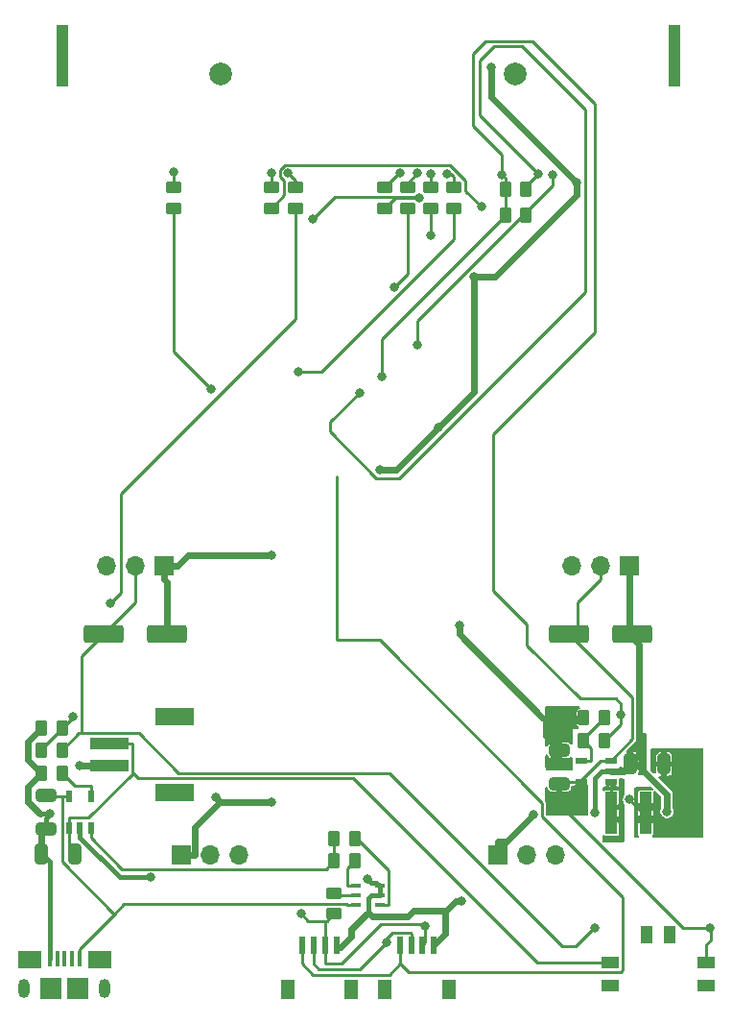
<source format=gbr>
%TF.GenerationSoftware,KiCad,Pcbnew,9.0.1-1.fc42*%
%TF.CreationDate,2025-04-23T08:50:20-04:00*%
%TF.ProjectId,roversa2,726f7665-7273-4613-922e-6b696361645f,rev?*%
%TF.SameCoordinates,Original*%
%TF.FileFunction,Copper,L2,Bot*%
%TF.FilePolarity,Positive*%
%FSLAX46Y46*%
G04 Gerber Fmt 4.6, Leading zero omitted, Abs format (unit mm)*
G04 Created by KiCad (PCBNEW 9.0.1-1.fc42) date 2025-04-23 08:50:20*
%MOMM*%
%LPD*%
G01*
G04 APERTURE LIST*
G04 Aperture macros list*
%AMRoundRect*
0 Rectangle with rounded corners*
0 $1 Rounding radius*
0 $2 $3 $4 $5 $6 $7 $8 $9 X,Y pos of 4 corners*
0 Add a 4 corners polygon primitive as box body*
4,1,4,$2,$3,$4,$5,$6,$7,$8,$9,$2,$3,0*
0 Add four circle primitives for the rounded corners*
1,1,$1+$1,$2,$3*
1,1,$1+$1,$4,$5*
1,1,$1+$1,$6,$7*
1,1,$1+$1,$8,$9*
0 Add four rect primitives between the rounded corners*
20,1,$1+$1,$2,$3,$4,$5,0*
20,1,$1+$1,$4,$5,$6,$7,0*
20,1,$1+$1,$6,$7,$8,$9,0*
20,1,$1+$1,$8,$9,$2,$3,0*%
G04 Aperture macros list end*
%TA.AperFunction,ComponentPad*%
%ADD10RoundRect,0.275000X-0.275000X-2.475000X0.275000X-2.475000X0.275000X2.475000X-0.275000X2.475000X0*%
%TD*%
%TA.AperFunction,ComponentPad*%
%ADD11C,2.000000*%
%TD*%
%TA.AperFunction,SMDPad,CuDef*%
%ADD12RoundRect,0.250000X-0.262500X-0.450000X0.262500X-0.450000X0.262500X0.450000X-0.262500X0.450000X0*%
%TD*%
%TA.AperFunction,SMDPad,CuDef*%
%ADD13R,1.200000X1.800000*%
%TD*%
%TA.AperFunction,SMDPad,CuDef*%
%ADD14R,0.600000X1.550000*%
%TD*%
%TA.AperFunction,ComponentPad*%
%ADD15R,1.700000X1.700000*%
%TD*%
%TA.AperFunction,ComponentPad*%
%ADD16O,1.700000X1.700000*%
%TD*%
%TA.AperFunction,SMDPad,CuDef*%
%ADD17RoundRect,0.250000X0.262500X0.450000X-0.262500X0.450000X-0.262500X-0.450000X0.262500X-0.450000X0*%
%TD*%
%TA.AperFunction,SMDPad,CuDef*%
%ADD18RoundRect,0.250000X-0.450000X0.262500X-0.450000X-0.262500X0.450000X-0.262500X0.450000X0.262500X0*%
%TD*%
%TA.AperFunction,SMDPad,CuDef*%
%ADD19R,1.100000X0.600000*%
%TD*%
%TA.AperFunction,SMDPad,CuDef*%
%ADD20R,1.100000X3.700000*%
%TD*%
%TA.AperFunction,SMDPad,CuDef*%
%ADD21RoundRect,0.250000X0.325000X0.650000X-0.325000X0.650000X-0.325000X-0.650000X0.325000X-0.650000X0*%
%TD*%
%TA.AperFunction,SMDPad,CuDef*%
%ADD22R,0.900000X0.450000*%
%TD*%
%TA.AperFunction,SMDPad,CuDef*%
%ADD23R,1.500000X1.000000*%
%TD*%
%TA.AperFunction,SMDPad,CuDef*%
%ADD24R,1.000000X1.500000*%
%TD*%
%TA.AperFunction,SMDPad,CuDef*%
%ADD25RoundRect,0.250000X-1.500000X-0.550000X1.500000X-0.550000X1.500000X0.550000X-1.500000X0.550000X0*%
%TD*%
%TA.AperFunction,ComponentPad*%
%ADD26O,1.000000X1.700000*%
%TD*%
%TA.AperFunction,SMDPad,CuDef*%
%ADD27R,2.100000X1.600000*%
%TD*%
%TA.AperFunction,SMDPad,CuDef*%
%ADD28R,1.900000X1.900000*%
%TD*%
%TA.AperFunction,SMDPad,CuDef*%
%ADD29RoundRect,0.100000X0.100000X0.575000X-0.100000X0.575000X-0.100000X-0.575000X0.100000X-0.575000X0*%
%TD*%
%TA.AperFunction,SMDPad,CuDef*%
%ADD30RoundRect,0.250000X0.650000X-0.325000X0.650000X0.325000X-0.650000X0.325000X-0.650000X-0.325000X0*%
%TD*%
%TA.AperFunction,SMDPad,CuDef*%
%ADD31RoundRect,0.250000X-0.650000X0.325000X-0.650000X-0.325000X0.650000X-0.325000X0.650000X0.325000X0*%
%TD*%
%TA.AperFunction,SMDPad,CuDef*%
%ADD32R,0.600000X1.100000*%
%TD*%
%TA.AperFunction,SMDPad,CuDef*%
%ADD33R,3.400000X1.500000*%
%TD*%
%TA.AperFunction,SMDPad,CuDef*%
%ADD34R,3.500000X1.000000*%
%TD*%
%TA.AperFunction,ViaPad*%
%ADD35C,0.800000*%
%TD*%
%TA.AperFunction,Conductor*%
%ADD36C,0.250000*%
%TD*%
%TA.AperFunction,Conductor*%
%ADD37C,0.600000*%
%TD*%
%TA.AperFunction,Conductor*%
%ADD38C,0.400000*%
%TD*%
G04 APERTURE END LIST*
D10*
%TO.P,EC1,*%
%TO.N,*%
X72872800Y-65511900D03*
D11*
X86872800Y-67171900D03*
X112872800Y-67171900D03*
D10*
X126872800Y-65511900D03*
%TD*%
D12*
%TO.P,R9,1*%
%TO.N,+3V3*%
X111990500Y-79613000D03*
%TO.P,R9,2*%
%TO.N,I_SDA*%
X113815500Y-79613000D03*
%TD*%
D13*
%TO.P,J4,*%
%TO.N,*%
X106972800Y-147844000D03*
X101372800Y-147844000D03*
D14*
%TO.P,J4,1,GND*%
%TO.N,VSS*%
X105672800Y-143969000D03*
%TO.P,J4,2,VCC*%
%TO.N,+3V3*%
X104672800Y-143969000D03*
%TO.P,J4,3,SDA*%
%TO.N,I_SDA*%
X103672800Y-143969000D03*
%TO.P,J4,4,SCL*%
%TO.N,I_SCL*%
X102672800Y-143969000D03*
%TD*%
D15*
%TO.P,J7,1,GND*%
%TO.N,VSS*%
X122922800Y-110521900D03*
D16*
%TO.P,J7,2,VDD*%
%TO.N,SW_BAT*%
X120382800Y-110521900D03*
%TO.P,J7,3,PWM*%
%TO.N,SERVO_R*%
X117842800Y-110521900D03*
%TD*%
D12*
%TO.P,R7,1*%
%TO.N,VSS*%
X71046900Y-128778000D03*
%TO.P,R7,2*%
%TO.N,Net-(U2-PROG)*%
X72871900Y-128778000D03*
%TD*%
D17*
%TO.P,R6,1*%
%TO.N,V_DIV*%
X72871900Y-124841000D03*
%TO.P,R6,2*%
%TO.N,VSS*%
X71046900Y-124841000D03*
%TD*%
D18*
%TO.P,R13,1*%
%TO.N,FWD*%
X101346000Y-77176500D03*
%TO.P,R13,2*%
%TO.N,Net-(R13-Pad2)*%
X101346000Y-79001500D03*
%TD*%
D17*
%TO.P,R5,1*%
%TO.N,SW_BAT*%
X72871900Y-126746000D03*
%TO.P,R5,2*%
%TO.N,V_DIV*%
X71046900Y-126746000D03*
%TD*%
D18*
%TO.P,R10,1*%
%TO.N,ENTER*%
X82677000Y-77176500D03*
%TO.P,R10,2*%
%TO.N,Net-(R10-Pad2)*%
X82677000Y-79001500D03*
%TD*%
D19*
%TO.P,U1,1,EN*%
%TO.N,SW_BAT*%
X121288200Y-127675600D03*
%TO.P,U1,2,GND*%
%TO.N,VSS*%
X121288200Y-128625600D03*
%TO.P,U1,3,SW*%
%TO.N,Net-(U1-SW)*%
X121288200Y-129575600D03*
%TO.P,U1,4,VIN*%
%TO.N,SW_BAT*%
X118688200Y-129575600D03*
%TO.P,U1,5,FB*%
%TO.N,Net-(U1-FB)*%
X118688200Y-127675600D03*
%TD*%
D20*
%TO.P,L1,1,1*%
%TO.N,Net-(U1-SW)*%
X121358400Y-132308600D03*
%TO.P,L1,2,2*%
%TO.N,+3V3*%
X124358400Y-132308600D03*
%TD*%
D21*
%TO.P,C4,1*%
%TO.N,-BATT*%
X73992000Y-135890000D03*
%TO.P,C4,2*%
%TO.N,VSS*%
X71042000Y-135890000D03*
%TD*%
D12*
%TO.P,R8,1*%
%TO.N,+3V3*%
X111990500Y-77327000D03*
%TO.P,R8,2*%
%TO.N,I_SCL*%
X113815500Y-77327000D03*
%TD*%
D22*
%TO.P,D1,1,BK*%
%TO.N,VSS*%
X100922800Y-138732800D03*
%TO.P,D1,2,GK*%
X100922800Y-139582800D03*
%TO.P,D1,3,RK*%
%TO.N,Net-(D1-RK)*%
X100922800Y-140432800D03*
%TO.P,D1,4,RA*%
%TO.N,VUSB*%
X98822800Y-140432800D03*
%TO.P,D1,5,GA*%
%TO.N,Net-(D1-GA)*%
X98822800Y-139582800D03*
%TO.P,D1,6,BA*%
%TO.N,Net-(D1-BA)*%
X98822800Y-138732800D03*
%TD*%
D17*
%TO.P,R2,1*%
%TO.N,Net-(U1-FB)*%
X120722900Y-123926600D03*
%TO.P,R2,2*%
%TO.N,VSS*%
X118897900Y-123926600D03*
%TD*%
D23*
%TO.P,SW1,1,P*%
%TO.N,unconnected-(SW1-P-Pad1)*%
X121222800Y-147500000D03*
%TO.P,SW1,2,T2*%
%TO.N,-BATT*%
X121222800Y-145500000D03*
%TO.P,SW1,3,P*%
%TO.N,unconnected-(SW1-P-Pad3)*%
X129722800Y-147500000D03*
%TO.P,SW1,4,T1*%
%TO.N,SW_BAT*%
X129722800Y-145500000D03*
D24*
%TO.P,SW1,5,T2*%
%TO.N,unconnected-(SW1-T2-Pad5)*%
X124472800Y-143000000D03*
%TO.P,SW1,6,T1*%
%TO.N,unconnected-(SW1-T1-Pad6)*%
X126472800Y-143000000D03*
%TD*%
D25*
%TO.P,C11,1*%
%TO.N,SW_BAT*%
X117597800Y-116509800D03*
%TO.P,C11,2*%
%TO.N,VSS*%
X123197800Y-116509800D03*
%TD*%
D17*
%TO.P,R17,1*%
%TO.N,Net-(D1-BA)*%
X98677100Y-136524000D03*
%TO.P,R17,2*%
%TO.N,STAT*%
X96852100Y-136524000D03*
%TD*%
D18*
%TO.P,R4,1*%
%TO.N,Net-(D1-GA)*%
X96824800Y-139370700D03*
%TO.P,R4,2*%
%TO.N,+3V3*%
X96824800Y-141195700D03*
%TD*%
D26*
%TO.P,J1,*%
%TO.N,*%
X76647800Y-147771900D03*
D27*
X76172800Y-145221900D03*
D28*
X74272800Y-147771900D03*
X71872800Y-147771900D03*
D27*
X69972800Y-145221900D03*
D26*
X69497800Y-147771900D03*
D29*
%TO.P,J1,1,VBUS*%
%TO.N,VUSB*%
X74372800Y-145096900D03*
%TO.P,J1,2,D-*%
%TO.N,unconnected-(J1-D--Pad2)*%
X73722800Y-145096900D03*
%TO.P,J1,3,D+*%
%TO.N,unconnected-(J1-D+-Pad3)*%
X73072800Y-145096900D03*
%TO.P,J1,4,ID*%
%TO.N,unconnected-(J1-ID-Pad4)*%
X72422800Y-145096900D03*
%TO.P,J1,5,GND*%
%TO.N,VSS*%
X71772800Y-145096900D03*
%TD*%
D25*
%TO.P,C10,1*%
%TO.N,SW_BAT*%
X76547800Y-116509800D03*
%TO.P,C10,2*%
%TO.N,VSS*%
X82147800Y-116509800D03*
%TD*%
D15*
%TO.P,J6,1,GND*%
%TO.N,VSS*%
X81872800Y-110521900D03*
D16*
%TO.P,J6,2,VDD*%
%TO.N,SW_BAT*%
X79332800Y-110521900D03*
%TO.P,J6,3,PWM*%
%TO.N,SERVO_L*%
X76792800Y-110521900D03*
%TD*%
D30*
%TO.P,C1,1*%
%TO.N,SW_BAT*%
X116762400Y-129719600D03*
%TO.P,C1,2*%
%TO.N,VSS*%
X116762400Y-126769600D03*
%TD*%
D31*
%TO.P,C3,1*%
%TO.N,VUSB*%
X71426000Y-130717500D03*
%TO.P,C3,2*%
%TO.N,VSS*%
X71426000Y-133667500D03*
%TD*%
D15*
%TO.P,J5,1,GND*%
%TO.N,VSS*%
X83372800Y-135971900D03*
D16*
%TO.P,J5,2,VDD*%
%TO.N,+3V3*%
X85912800Y-135971900D03*
%TO.P,J5,3,SIGNAL*%
%TO.N,GVS_A*%
X88452800Y-135971900D03*
%TD*%
D18*
%TO.P,R12,1*%
%TO.N,STOP*%
X93472000Y-77176500D03*
%TO.P,R12,2*%
%TO.N,Net-(R12-Pad2)*%
X93472000Y-79001500D03*
%TD*%
D12*
%TO.P,R3,1*%
%TO.N,STAT*%
X96852100Y-134517400D03*
%TO.P,R3,2*%
%TO.N,Net-(D1-RK)*%
X98677100Y-134517400D03*
%TD*%
D32*
%TO.P,U2,1,STAT*%
%TO.N,STAT*%
X75392000Y-133587000D03*
%TO.P,U2,2,VSS*%
%TO.N,VSS*%
X74442000Y-133587000D03*
%TO.P,U2,3,VBATT*%
%TO.N,-BATT*%
X73492000Y-133587000D03*
%TO.P,U2,4,VDD*%
%TO.N,VUSB*%
X73492000Y-130787000D03*
%TO.P,U2,5,PROG*%
%TO.N,Net-(U2-PROG)*%
X75392000Y-130787000D03*
%TD*%
D18*
%TO.P,R15,1*%
%TO.N,TURN_R*%
X105410000Y-77176500D03*
%TO.P,R15,2*%
%TO.N,Net-(R15-Pad2)*%
X105410000Y-79001500D03*
%TD*%
D33*
%TO.P,J2,*%
%TO.N,*%
X82753200Y-130505200D03*
X82753200Y-123805200D03*
D34*
%TO.P,J2,1,GND*%
%TO.N,VSS*%
X77003200Y-128155200D03*
%TO.P,J2,2,VBAT*%
%TO.N,-BATT*%
X77003200Y-126155200D03*
%TD*%
D13*
%TO.P,J3,*%
%TO.N,*%
X98372800Y-147844000D03*
X92772800Y-147844000D03*
D14*
%TO.P,J3,1,GND*%
%TO.N,VSS*%
X97072800Y-143969000D03*
%TO.P,J3,2,VCC*%
%TO.N,+3V3*%
X96072800Y-143969000D03*
%TO.P,J3,3,SDA*%
%TO.N,I_SDA*%
X95072800Y-143969000D03*
%TO.P,J3,4,SCL*%
%TO.N,I_SCL*%
X94072800Y-143969000D03*
%TD*%
D18*
%TO.P,R16,1*%
%TO.N,TURN_L*%
X107442000Y-77176500D03*
%TO.P,R16,2*%
%TO.N,Net-(R16-Pad2)*%
X107442000Y-79001500D03*
%TD*%
%TO.P,R14,1*%
%TO.N,REV*%
X103378000Y-77176500D03*
%TO.P,R14,2*%
%TO.N,Net-(R14-Pad2)*%
X103378000Y-79001500D03*
%TD*%
D21*
%TO.P,C2,1*%
%TO.N,+3V3*%
X125984400Y-127990600D03*
%TO.P,C2,2*%
%TO.N,VSS*%
X123034400Y-127990600D03*
%TD*%
D15*
%TO.P,J8,1,GND*%
%TO.N,VSS*%
X111322800Y-135971900D03*
D16*
%TO.P,J8,2,VDD*%
%TO.N,+3V3*%
X113862800Y-135971900D03*
%TO.P,J8,3,SIGNAL*%
%TO.N,GVS_D*%
X116402800Y-135971900D03*
%TD*%
D18*
%TO.P,R11,1*%
%TO.N,PLAY*%
X91313000Y-77176500D03*
%TO.P,R11,2*%
%TO.N,Net-(R11-Pad2)*%
X91313000Y-79001500D03*
%TD*%
D17*
%TO.P,R1,1*%
%TO.N,+3V3*%
X120722900Y-125958600D03*
%TO.P,R1,2*%
%TO.N,Net-(U1-FB)*%
X118897900Y-125958600D03*
%TD*%
D35*
%TO.N,SW_BAT*%
X130048000Y-142392400D03*
X119837200Y-142392400D03*
%TO.N,VSS*%
X86440500Y-130943700D03*
X110700000Y-66600000D03*
X91302900Y-109590400D03*
X109170600Y-85046400D03*
X116199700Y-128066800D03*
X71798400Y-132381700D03*
X114479400Y-132398800D03*
X99822000Y-138099800D03*
X118287800Y-76753200D03*
X119888000Y-132232400D03*
X100914200Y-102063000D03*
X107909400Y-115754900D03*
X126251500Y-132156100D03*
X80670400Y-137956900D03*
X108150400Y-140070600D03*
X106095900Y-98283300D03*
X91312400Y-131305400D03*
X74403100Y-128136300D03*
%TO.N,+3V3*%
X101100000Y-93800000D03*
X104932401Y-142255899D03*
X122200000Y-123600000D03*
X93933700Y-141161400D03*
X122934900Y-131115900D03*
X111704400Y-76040900D03*
%TO.N,V_DIV*%
X73808000Y-123815800D03*
%TO.N,ENTER*%
X82677000Y-75819000D03*
%TO.N,PLAY*%
X91313000Y-75895200D03*
%TO.N,STOP*%
X92811600Y-75920600D03*
%TO.N,FWD*%
X102666800Y-75920600D03*
%TO.N,REV*%
X104241600Y-75920600D03*
%TO.N,TURN_R*%
X105410000Y-75946000D03*
%TO.N,TURN_L*%
X106807000Y-75946000D03*
%TO.N,I_SCL*%
X114884200Y-75971400D03*
X99110300Y-95237700D03*
%TO.N,I_SDA*%
X101533800Y-143660800D03*
X116136800Y-76030200D03*
X104194900Y-91001000D03*
%TO.N,Net-(R10-Pad2)*%
X86013500Y-94965300D03*
%TO.N,Net-(R11-Pad2)*%
X109881800Y-78868800D03*
%TO.N,Net-(R12-Pad2)*%
X77137900Y-113796100D03*
%TO.N,Net-(R13-Pad2)*%
X104374947Y-78089000D03*
X94970600Y-79933800D03*
%TO.N,Net-(R14-Pad2)*%
X102165500Y-85957600D03*
%TO.N,Net-(R15-Pad2)*%
X105440300Y-81408600D03*
%TO.N,Net-(R16-Pad2)*%
X93739200Y-93382200D03*
%TD*%
D36*
%TO.N,SW_BAT*%
X120382800Y-110521900D02*
X120382800Y-111698800D01*
X74600000Y-125275000D02*
X74600000Y-118457600D01*
X118688200Y-129575600D02*
X118688200Y-129368200D01*
X116762400Y-129719600D02*
X116762400Y-131494400D01*
X74342900Y-125275000D02*
X72871900Y-126746000D01*
X118361200Y-113720400D02*
X120382800Y-111698800D01*
X79674200Y-125275000D02*
X74600000Y-125275000D01*
X129722800Y-143886000D02*
X130098800Y-143510000D01*
X83158300Y-128759100D02*
X79674200Y-125275000D01*
X117018900Y-144018000D02*
X101760000Y-128759100D01*
X127660400Y-142392400D02*
X130048000Y-142392400D01*
X79332800Y-113724800D02*
X76547800Y-116509800D01*
X116906400Y-129575600D02*
X116762400Y-129719600D01*
X79332800Y-111110300D02*
X79332800Y-110852000D01*
X119837200Y-142341600D02*
X118160800Y-144018000D01*
X74600000Y-125275000D02*
X74342900Y-125275000D01*
X120380800Y-127675600D02*
X121288200Y-127675600D01*
X121288200Y-127675600D02*
X123174600Y-125789200D01*
X118361200Y-116509800D02*
X118361200Y-113720400D01*
X118160800Y-144018000D02*
X117018900Y-144018000D01*
X101760000Y-128759100D02*
X83158300Y-128759100D01*
X130098800Y-143510000D02*
X130098800Y-142443200D01*
X123174600Y-125789200D02*
X123174600Y-122086600D01*
X123174600Y-122086600D02*
X117597800Y-116509800D01*
X129722800Y-145500000D02*
X129722800Y-143886000D01*
X118688200Y-129368200D02*
X120380800Y-127675600D01*
X130098800Y-142443200D02*
X130048000Y-142392400D01*
X118688200Y-129575600D02*
X116906400Y-129575600D01*
X79332800Y-110521900D02*
X79332800Y-113724800D01*
X74600000Y-118457600D02*
X76229602Y-116827998D01*
X118361200Y-116509800D02*
X117597800Y-116509800D01*
X116762400Y-131494400D02*
X127660400Y-142392400D01*
X79332800Y-110521900D02*
X79332800Y-111110300D01*
D37*
%TO.N,VSS*%
X69850000Y-126037900D02*
X71046900Y-124841000D01*
X82147800Y-111973800D02*
X81872800Y-111698800D01*
D38*
X71042000Y-135890000D02*
X71771300Y-136619300D01*
D37*
X69850000Y-131318000D02*
X70913700Y-132381700D01*
X107573900Y-140070600D02*
X108150400Y-140070600D01*
D38*
X100922800Y-139582800D02*
X100535100Y-139582800D01*
D37*
X81872800Y-110521900D02*
X81872800Y-111698800D01*
X115521500Y-124141900D02*
X118682600Y-124141900D01*
X71046900Y-128778000D02*
X69850000Y-129974900D01*
X122399400Y-128625600D02*
X123034400Y-127990600D01*
D38*
X100152200Y-138430000D02*
X100584000Y-138430000D01*
X100922800Y-138732800D02*
X100922800Y-139582800D01*
D37*
X106753450Y-140891050D02*
X103863350Y-140891050D01*
X111322800Y-135971900D02*
X111322800Y-134795000D01*
X97428400Y-144125600D02*
X97072800Y-144125600D01*
X121288200Y-128625600D02*
X122399400Y-128625600D01*
X106095900Y-98283300D02*
X102316200Y-102063000D01*
X109170600Y-85046400D02*
X111092400Y-85046400D01*
D38*
X77960066Y-137956900D02*
X74442000Y-134438834D01*
D37*
X69850000Y-129974900D02*
X69850000Y-131318000D01*
D38*
X100584000Y-138430000D02*
X100886800Y-138732800D01*
X100147400Y-139582800D02*
X100535100Y-139582800D01*
D36*
X115521500Y-124141900D02*
X115259400Y-123879800D01*
X122922800Y-116234800D02*
X123197800Y-116509800D01*
D37*
X91302900Y-109590400D02*
X83981200Y-109590400D01*
X115521500Y-125528700D02*
X116762400Y-126769600D01*
D38*
X120488200Y-128625600D02*
X121288200Y-128625600D01*
X70913700Y-132381700D02*
X71798400Y-132381700D01*
X119888000Y-129225800D02*
X120488200Y-128625600D01*
X119888000Y-132232400D02*
X119888000Y-129225800D01*
X80670400Y-137956900D02*
X77960066Y-137956900D01*
D37*
X122922800Y-110521900D02*
X122922800Y-116234800D01*
X111092400Y-85046400D02*
X118287800Y-77851000D01*
D36*
X71771300Y-137303600D02*
X71772800Y-137305100D01*
D37*
X98399600Y-142546300D02*
X98399600Y-143154400D01*
D38*
X99898950Y-139831250D02*
X100147400Y-139582800D01*
D37*
X109170600Y-95208600D02*
X109170600Y-85046400D01*
X81872800Y-110521900D02*
X83049700Y-110521900D01*
X116199700Y-127332300D02*
X116762400Y-126769600D01*
D38*
X71426000Y-132754100D02*
X71426000Y-133667500D01*
D37*
X77003200Y-128155200D02*
X74422000Y-128155200D01*
X105672800Y-143969000D02*
X106680000Y-142961800D01*
D38*
X100886800Y-138732800D02*
X100922800Y-138732800D01*
D37*
X111322800Y-134795000D02*
X112083200Y-134795000D01*
X102316200Y-102063000D02*
X100914200Y-102063000D01*
D38*
X99822000Y-138099800D02*
X100152200Y-138430000D01*
D37*
X106095900Y-98283300D02*
X109170600Y-95208600D01*
X123799600Y-127209600D02*
X123799600Y-117454200D01*
D38*
X74442000Y-134438834D02*
X74442000Y-133587000D01*
D37*
X123026500Y-127982700D02*
X123799600Y-127209600D01*
X71042000Y-134051500D02*
X71042000Y-135890000D01*
X99898950Y-141046950D02*
X98399600Y-142546300D01*
D38*
X99898950Y-141046950D02*
X99898950Y-139831250D01*
X71771300Y-136619300D02*
X71771300Y-137303600D01*
D37*
X110700000Y-66600000D02*
X110700000Y-69165400D01*
X107909400Y-116527600D02*
X107909400Y-115754900D01*
X123584700Y-127998500D02*
X126251500Y-130665300D01*
X74422000Y-128155200D02*
X74403100Y-128136300D01*
D36*
X123026500Y-116681100D02*
X123197800Y-116509800D01*
D37*
X84549700Y-133508100D02*
X86752400Y-131305400D01*
X71046900Y-128778000D02*
X69850000Y-127581100D01*
X116199700Y-128066800D02*
X116199700Y-127332300D01*
D38*
X71772800Y-137305100D02*
X71772800Y-145096900D01*
D37*
X83981200Y-109590400D02*
X83049700Y-110521900D01*
D36*
X115259400Y-123879800D02*
X115259400Y-123877600D01*
D37*
X84549700Y-135971900D02*
X84549700Y-133508100D01*
X86752400Y-131305400D02*
X91312400Y-131305400D01*
D36*
X123034400Y-127990600D02*
X123026500Y-127982700D01*
D37*
X100228400Y-141376400D02*
X99898950Y-141046950D01*
X115521500Y-124141900D02*
X115521500Y-125528700D01*
X115259400Y-123877600D02*
X107909400Y-116527600D01*
X106680000Y-140964500D02*
X107573900Y-140070600D01*
X112083200Y-134795000D02*
X114479400Y-132398800D01*
D38*
X71426000Y-132754100D02*
X71798400Y-132381700D01*
D37*
X83372800Y-135971900D02*
X84549700Y-135971900D01*
X71426000Y-133667500D02*
X71042000Y-134051500D01*
X110700000Y-69165400D02*
X118287800Y-76753200D01*
D36*
X118682600Y-124141900D02*
X118897900Y-123926600D01*
D37*
X86752400Y-131255600D02*
X86440500Y-130943700D01*
X106680000Y-142961800D02*
X106680000Y-140964500D01*
X98399600Y-143154400D02*
X97428400Y-144125600D01*
X118287800Y-77851000D02*
X118287800Y-76753200D01*
X103378000Y-141376400D02*
X100228400Y-141376400D01*
X123799600Y-117454200D02*
X123026500Y-116681100D01*
X69850000Y-127581100D02*
X69850000Y-126037900D01*
X126251500Y-130665300D02*
X126251500Y-132156100D01*
X103863350Y-140891050D02*
X103378000Y-141376400D01*
X82147800Y-116509800D02*
X82147800Y-111973800D01*
D36*
%TO.N,+3V3*%
X111704400Y-74304400D02*
X111704400Y-76040900D01*
X101100000Y-93800000D02*
X101100000Y-90503500D01*
X104789502Y-142113000D02*
X104932401Y-142255899D01*
X109100000Y-71700000D02*
X111704400Y-74304400D01*
X96072800Y-145601900D02*
X97508200Y-145601900D01*
X122200000Y-123600000D02*
X122200000Y-122700000D01*
X101100000Y-90503500D02*
X111990500Y-79613000D01*
X119900000Y-89900000D02*
X119900000Y-69800000D01*
X114350000Y-64250000D02*
X110250000Y-64250000D01*
X110250000Y-64250000D02*
X109100000Y-65400000D01*
X109100000Y-65400000D02*
X109100000Y-71700000D01*
X122200000Y-124481500D02*
X122200000Y-123600000D01*
X118600000Y-122200000D02*
X113900000Y-117500000D01*
X94570000Y-141797700D02*
X93933700Y-141161400D01*
X110900000Y-112682100D02*
X110900000Y-98900000D01*
X96072800Y-141797700D02*
X94570000Y-141797700D01*
X100997100Y-142113000D02*
X104789502Y-142113000D01*
X124064500Y-132245500D02*
X122934900Y-131115900D01*
X113900000Y-117500000D02*
X113900000Y-115682100D01*
X113900000Y-115682100D02*
X110900000Y-112682100D01*
X122200000Y-122700000D02*
X121700000Y-122200000D01*
X111704400Y-76040900D02*
X111990500Y-76327000D01*
X121700000Y-122200000D02*
X118600000Y-122200000D01*
X96824800Y-141195700D02*
X96222800Y-141797700D01*
X97508200Y-145601900D02*
X100997100Y-142113000D01*
X96222800Y-141797700D02*
X96072800Y-141797700D01*
X104932401Y-142255899D02*
X104932401Y-143709399D01*
X110900000Y-98900000D02*
X119900000Y-89900000D01*
X104932401Y-143709399D02*
X104672800Y-143969000D01*
X119900000Y-69800000D02*
X114350000Y-64250000D01*
X96072800Y-141797700D02*
X96072800Y-145601900D01*
X120722900Y-125958600D02*
X122200000Y-124481500D01*
X111990500Y-76327000D02*
X111990500Y-79613000D01*
%TO.N,VUSB*%
X74372800Y-145096900D02*
X74372800Y-144307300D01*
X98822800Y-140432800D02*
X98045900Y-140432800D01*
X74372800Y-144307300D02*
X77479200Y-141200900D01*
X72851100Y-136572800D02*
X77479200Y-141200900D01*
X73492000Y-130787000D02*
X72851100Y-130787000D01*
X72851100Y-130787000D02*
X71495500Y-130787000D01*
X78341700Y-140338400D02*
X97951500Y-140338400D01*
X97951500Y-140338400D02*
X98045900Y-140432800D01*
X77479200Y-141200900D02*
X78341700Y-140338400D01*
X71495500Y-130787000D02*
X71426000Y-130717500D01*
X72851100Y-130787000D02*
X72851100Y-136572800D01*
%TO.N,-BATT*%
X79587300Y-129211000D02*
X79135400Y-128759100D01*
X73492000Y-135390000D02*
X73992000Y-135890000D01*
X98536700Y-129211000D02*
X79587300Y-129211000D01*
X73492000Y-133587000D02*
X73492000Y-132710100D01*
X79135400Y-128759100D02*
X75184400Y-132710100D01*
X75184400Y-132710100D02*
X73492000Y-132710100D01*
X79080100Y-126155200D02*
X79080100Y-128703800D01*
X73492000Y-133587000D02*
X73492000Y-135390000D01*
X121222800Y-145500000D02*
X114825700Y-145500000D01*
X77003200Y-126155200D02*
X79080100Y-126155200D01*
X79080100Y-128703800D02*
X79135400Y-128759100D01*
X114825700Y-145500000D02*
X98536700Y-129211000D01*
%TO.N,Net-(D1-RK)*%
X98868400Y-134517400D02*
X98677100Y-134517400D01*
X100922800Y-140432800D02*
X101699700Y-140432800D01*
X101699700Y-137348700D02*
X98868400Y-134517400D01*
X101699700Y-140432800D02*
X101699700Y-137348700D01*
%TO.N,Net-(D1-GA)*%
X98822800Y-139582800D02*
X97036900Y-139582800D01*
X97036900Y-139582800D02*
X96824800Y-139370700D01*
%TO.N,Net-(D1-BA)*%
X98045900Y-138732800D02*
X98045900Y-137155200D01*
X98822800Y-138732800D02*
X98045900Y-138732800D01*
X98045900Y-137155200D02*
X98677100Y-136524000D01*
%TO.N,V_DIV*%
X73808000Y-123904900D02*
X73808000Y-123815800D01*
X72871900Y-124841000D02*
X73808000Y-123904900D01*
X71046900Y-126666000D02*
X71046900Y-126746000D01*
X72871900Y-124841000D02*
X71046900Y-126666000D01*
%TO.N,ENTER*%
X82677000Y-75819000D02*
X82677000Y-77176500D01*
%TO.N,PLAY*%
X91313000Y-77176500D02*
X91313000Y-75895200D01*
%TO.N,STOP*%
X92811600Y-75920600D02*
X93472000Y-76581000D01*
X93472000Y-76581000D02*
X93472000Y-77176500D01*
%TO.N,FWD*%
X102601900Y-75920600D02*
X101346000Y-77176500D01*
X102666800Y-75920600D02*
X102601900Y-75920600D01*
%TO.N,REV*%
X103378000Y-76784200D02*
X103378000Y-77176500D01*
X104241600Y-75920600D02*
X103378000Y-76784200D01*
%TO.N,TURN_R*%
X105410000Y-77176500D02*
X105410000Y-75946000D01*
%TO.N,TURN_L*%
X107442000Y-77176500D02*
X107442000Y-76176500D01*
X107211500Y-75946000D02*
X107442000Y-76176500D01*
X106807000Y-75946000D02*
X107211500Y-75946000D01*
%TO.N,I_SCL*%
X111000000Y-64700000D02*
X109700000Y-66000000D01*
X96500000Y-97848000D02*
X96500000Y-98674105D01*
X122311600Y-146160600D02*
X122122100Y-146350100D01*
X113400000Y-64700000D02*
X111000000Y-64700000D01*
X119012800Y-70312800D02*
X113400000Y-64700000D01*
X119012800Y-86391705D02*
X119012800Y-70312800D01*
X94072800Y-143969000D02*
X94072800Y-145601900D01*
X109700000Y-66000000D02*
X109700000Y-70787200D01*
X101729600Y-146545100D02*
X102672800Y-145601900D01*
X99110300Y-95237700D02*
X96500000Y-97848000D01*
X103421000Y-146350100D02*
X102672800Y-145601900D01*
X113815500Y-77040100D02*
X114884200Y-75971400D01*
X96500000Y-98674105D02*
X100613895Y-102788000D01*
X94072800Y-145601900D02*
X95016000Y-146545100D01*
X100613895Y-102788000D02*
X102616505Y-102788000D01*
X95016000Y-146545100D02*
X101729600Y-146545100D01*
X115204400Y-131382804D02*
X115204400Y-132628800D01*
X122311600Y-139736000D02*
X122311600Y-146160600D01*
X102672800Y-143969000D02*
X102672800Y-145601900D01*
X115204400Y-132628800D02*
X122311600Y-139736000D01*
X97100000Y-117061500D02*
X100883096Y-117061500D01*
X100883096Y-117061500D02*
X115204400Y-131382804D01*
X97100000Y-102600000D02*
X97100000Y-117061500D01*
X102616505Y-102788000D02*
X119012800Y-86391705D01*
X109700000Y-70787200D02*
X114884200Y-75971400D01*
X113815500Y-77327000D02*
X113815500Y-77040100D01*
X122122100Y-146350100D02*
X103421000Y-146350100D01*
%TO.N,I_SDA*%
X102047800Y-142869000D02*
X101533800Y-143383000D01*
X99139300Y-146055300D02*
X101533800Y-143660800D01*
X103672800Y-144500000D02*
X103672800Y-143398100D01*
X101533800Y-143383000D02*
X101533800Y-143660800D01*
X103597800Y-142869000D02*
X102047800Y-142869000D01*
X95072800Y-145601900D02*
X95526200Y-146055300D01*
X103672800Y-143969000D02*
X103672800Y-142944000D01*
X116136800Y-76030200D02*
X116136800Y-76992373D01*
X95072800Y-143969000D02*
X95072800Y-145601900D01*
X104194900Y-88934273D02*
X104194900Y-91001000D01*
X116136800Y-76992373D02*
X104194900Y-88934273D01*
X103672800Y-142944000D02*
X103597800Y-142869000D01*
X95526200Y-146055300D02*
X99139300Y-146055300D01*
%TO.N,Net-(U1-SW)*%
X121358400Y-132308600D02*
X121358400Y-129645800D01*
X121358400Y-129645800D02*
X121288200Y-129575600D01*
%TO.N,Net-(U1-FB)*%
X118897900Y-125751600D02*
X118897900Y-125958600D01*
X119565100Y-127675600D02*
X119565100Y-126625800D01*
X120722900Y-123926600D02*
X118897900Y-125751600D01*
X119565100Y-126625800D02*
X118897900Y-125958600D01*
X118688200Y-127675600D02*
X119565100Y-127675600D01*
%TO.N,STAT*%
X96144200Y-137231900D02*
X96852100Y-136524000D01*
X96852100Y-136524000D02*
X96852100Y-134517400D01*
X75392000Y-133587000D02*
X75392000Y-134463900D01*
X75392000Y-134463900D02*
X78160000Y-137231900D01*
X78160000Y-137231900D02*
X96144200Y-137231900D01*
%TO.N,Net-(U2-PROG)*%
X74004000Y-129910100D02*
X72871900Y-128778000D01*
X75392000Y-129910100D02*
X74004000Y-129910100D01*
X75392000Y-130787000D02*
X75392000Y-129910100D01*
%TO.N,Net-(R10-Pad2)*%
X82677000Y-91628800D02*
X86013500Y-94965300D01*
X82677000Y-79001500D02*
X82677000Y-91628800D01*
%TO.N,Net-(R11-Pad2)*%
X92447000Y-76581305D02*
X92086600Y-76220905D01*
X92086600Y-76220905D02*
X92086600Y-75620295D01*
X92086600Y-75620295D02*
X92511295Y-75195600D01*
X107097496Y-75195600D02*
X108467000Y-76565104D01*
X92511295Y-75195600D02*
X107097496Y-75195600D01*
X91313000Y-79001500D02*
X92447000Y-77867500D01*
X108467000Y-77454000D02*
X109881800Y-78868800D01*
X92447000Y-77867500D02*
X92447000Y-76581305D01*
X108467000Y-76565104D02*
X108467000Y-77454000D01*
%TO.N,Net-(R12-Pad2)*%
X78062800Y-104123400D02*
X93472000Y-88714200D01*
X78062800Y-112871200D02*
X78062800Y-104123400D01*
X77137900Y-113796100D02*
X78062800Y-112871200D01*
X93472000Y-88714200D02*
X93472000Y-79001500D01*
%TO.N,Net-(R13-Pad2)*%
X104287447Y-78001500D02*
X104374947Y-78089000D01*
X94970600Y-79933800D02*
X96890400Y-78014000D01*
X102258500Y-78089000D02*
X104374947Y-78089000D01*
X104078673Y-78001500D02*
X104287447Y-78001500D01*
X101346000Y-79001500D02*
X102258500Y-78089000D01*
X104066173Y-78014000D02*
X104078673Y-78001500D01*
X96890400Y-78014000D02*
X104066173Y-78014000D01*
%TO.N,Net-(R14-Pad2)*%
X102165500Y-85957600D02*
X103378000Y-84745100D01*
X103378000Y-84745100D02*
X103378000Y-79001500D01*
%TO.N,Net-(R15-Pad2)*%
X105410000Y-81378300D02*
X105440300Y-81408600D01*
X105410000Y-79001500D02*
X105410000Y-81378300D01*
%TO.N,Net-(R16-Pad2)*%
X107442000Y-81709100D02*
X107442000Y-79001500D01*
X95768900Y-93382200D02*
X107442000Y-81709100D01*
X93739200Y-93382200D02*
X95768900Y-93382200D01*
%TD*%
%TA.AperFunction,Conductor*%
%TO.N,VSS*%
G36*
X118517803Y-122904885D02*
G01*
X118563558Y-122957689D01*
X118573502Y-123026847D01*
X118544477Y-123090403D01*
X118505223Y-123120601D01*
X118413303Y-123165536D01*
X118324336Y-123254503D01*
X118269078Y-123367539D01*
X118269075Y-123367546D01*
X118258400Y-123440820D01*
X118258400Y-123676600D01*
X118773900Y-123676600D01*
X118840939Y-123696285D01*
X118886694Y-123749089D01*
X118897900Y-123800600D01*
X118897900Y-124052600D01*
X118878215Y-124119639D01*
X118825411Y-124165394D01*
X118773900Y-124176600D01*
X118258401Y-124176600D01*
X118258401Y-124412373D01*
X118269077Y-124485660D01*
X118324336Y-124598696D01*
X118413301Y-124687661D01*
X118419773Y-124692282D01*
X118462895Y-124747257D01*
X118469450Y-124816819D01*
X118437356Y-124878882D01*
X118376804Y-124913741D01*
X118347720Y-124917200D01*
X117906800Y-124917200D01*
X117906800Y-126106478D01*
X117887115Y-126173517D01*
X117834311Y-126219272D01*
X117765153Y-126229216D01*
X117701597Y-126200191D01*
X117695119Y-126194159D01*
X117634496Y-126133536D01*
X117521460Y-126078278D01*
X117521453Y-126078275D01*
X117448180Y-126067600D01*
X117012400Y-126067600D01*
X117012400Y-127471599D01*
X117448173Y-127471599D01*
X117521460Y-127460922D01*
X117634496Y-127405663D01*
X117695119Y-127345041D01*
X117756442Y-127311556D01*
X117826134Y-127316540D01*
X117882067Y-127358412D01*
X117906484Y-127423876D01*
X117906800Y-127432722D01*
X117906800Y-128450800D01*
X117887115Y-128517839D01*
X117834311Y-128563594D01*
X117782800Y-128574800D01*
X115642098Y-128574800D01*
X115575059Y-128555115D01*
X115529304Y-128502311D01*
X115518103Y-128451907D01*
X115515354Y-128144094D01*
X115507393Y-127252497D01*
X115526478Y-127185288D01*
X115578871Y-127139063D01*
X115647938Y-127128502D01*
X115711751Y-127156959D01*
X115742789Y-127196933D01*
X115801337Y-127316697D01*
X115890303Y-127405663D01*
X116003339Y-127460921D01*
X116003346Y-127460924D01*
X116076620Y-127471599D01*
X116512399Y-127471599D01*
X116512400Y-127471598D01*
X116512400Y-126067600D01*
X116076626Y-126067600D01*
X116003339Y-126078277D01*
X115890303Y-126133536D01*
X115801336Y-126222503D01*
X115746078Y-126335539D01*
X115746076Y-126335543D01*
X115745774Y-126337620D01*
X115744736Y-126339879D01*
X115743234Y-126344743D01*
X115742595Y-126344545D01*
X115716627Y-126401119D01*
X115657776Y-126438781D01*
X115587907Y-126438647D01*
X115529201Y-126400760D01*
X115500298Y-126337148D01*
X115499075Y-126320844D01*
X115496909Y-126078278D01*
X115469517Y-123010306D01*
X115488602Y-122943095D01*
X115540996Y-122896870D01*
X115593512Y-122885200D01*
X118450764Y-122885200D01*
X118517803Y-122904885D01*
G37*
%TD.AperFunction*%
%TD*%
%TA.AperFunction,Conductor*%
%TO.N,VSS*%
G36*
X122275440Y-128238885D02*
G01*
X122321195Y-128291689D01*
X122332401Y-128343200D01*
X122332401Y-128676373D01*
X122343077Y-128749658D01*
X122369027Y-128802740D01*
X122380785Y-128871613D01*
X122353442Y-128935910D01*
X122295677Y-128975217D01*
X122257626Y-128981200D01*
X122174000Y-128981200D01*
X122089200Y-128981200D01*
X122022161Y-128961515D01*
X121976406Y-128908711D01*
X121965200Y-128857200D01*
X121965200Y-128343200D01*
X121967750Y-128334514D01*
X121966462Y-128325553D01*
X121977440Y-128301512D01*
X121984885Y-128276161D01*
X121991725Y-128270233D01*
X121995487Y-128261997D01*
X122017721Y-128247707D01*
X122037689Y-128230406D01*
X122048203Y-128228118D01*
X122054265Y-128224223D01*
X122089200Y-128219200D01*
X122208401Y-128219200D01*
X122275440Y-128238885D01*
G37*
%TD.AperFunction*%
%TA.AperFunction,Conductor*%
G36*
X124352239Y-125241685D02*
G01*
X124397994Y-125294489D01*
X124409200Y-125346000D01*
X124409200Y-128857200D01*
X124389515Y-128924239D01*
X124336711Y-128969994D01*
X124285200Y-128981200D01*
X123811174Y-128981200D01*
X123744135Y-128961515D01*
X123698380Y-128908711D01*
X123688436Y-128839553D01*
X123699773Y-128802740D01*
X123725722Y-128749657D01*
X123725724Y-128749653D01*
X123736400Y-128676379D01*
X123736400Y-128240600D01*
X123158400Y-128240600D01*
X123091361Y-128220915D01*
X123045606Y-128168111D01*
X123034400Y-128116600D01*
X123034400Y-127990600D01*
X122908400Y-127990600D01*
X122841361Y-127970915D01*
X122795606Y-127918111D01*
X122784400Y-127866600D01*
X122784400Y-127740600D01*
X123284400Y-127740600D01*
X123736399Y-127740600D01*
X123736399Y-127304826D01*
X123725722Y-127231539D01*
X123670463Y-127118503D01*
X123581496Y-127029536D01*
X123468460Y-126974278D01*
X123468453Y-126974275D01*
X123395180Y-126963600D01*
X123284400Y-126963600D01*
X123284400Y-127740600D01*
X122784400Y-127740600D01*
X122784400Y-126989626D01*
X122705406Y-126950990D01*
X122699945Y-126945998D01*
X122692849Y-126943915D01*
X122674510Y-126922751D01*
X122653833Y-126903852D01*
X122651937Y-126896700D01*
X122647094Y-126891111D01*
X122643107Y-126863387D01*
X122635932Y-126836315D01*
X122638202Y-126829276D01*
X122637150Y-126821953D01*
X122648786Y-126796473D01*
X122657385Y-126769821D01*
X122663101Y-126765126D01*
X122666175Y-126758397D01*
X122672193Y-126751933D01*
X123435065Y-125989062D01*
X123477917Y-125914839D01*
X123477918Y-125914838D01*
X123500100Y-125832053D01*
X123500100Y-125346000D01*
X123519785Y-125278961D01*
X123572589Y-125233206D01*
X123624100Y-125222000D01*
X124285200Y-125222000D01*
X124352239Y-125241685D01*
G37*
%TD.AperFunction*%
%TD*%
%TA.AperFunction,Conductor*%
%TO.N,SW_BAT*%
G36*
X118554756Y-129458003D02*
G01*
X118599104Y-129486504D01*
X118688200Y-129575600D01*
X118777295Y-129486505D01*
X118838618Y-129453020D01*
X118908310Y-129458004D01*
X118952657Y-129486505D01*
X119283740Y-129817588D01*
X119285606Y-130092190D01*
X119285606Y-130092191D01*
X119285606Y-130092192D01*
X119299204Y-132092483D01*
X119294982Y-132125418D01*
X119287500Y-132153341D01*
X119287500Y-132311456D01*
X119296922Y-132346620D01*
X119301144Y-132377870D01*
X119301551Y-132437757D01*
X119282323Y-132504929D01*
X119229831Y-132551042D01*
X119177554Y-132562600D01*
X115653900Y-132562600D01*
X115586861Y-132542915D01*
X115541106Y-132490111D01*
X115529900Y-132438600D01*
X115529900Y-131339953D01*
X115529900Y-131339951D01*
X115507718Y-131257166D01*
X115507714Y-131257159D01*
X115504607Y-131249656D01*
X115506218Y-131248988D01*
X115492400Y-131197408D01*
X115492400Y-130123673D01*
X115512085Y-130056634D01*
X115564889Y-130010879D01*
X115634047Y-130000935D01*
X115697603Y-130029960D01*
X115735377Y-130088738D01*
X115739105Y-130105797D01*
X115746077Y-130153660D01*
X115801336Y-130266696D01*
X115890303Y-130355663D01*
X116003339Y-130410921D01*
X116003346Y-130410924D01*
X116076620Y-130421599D01*
X116512399Y-130421599D01*
X116512400Y-130421598D01*
X116512400Y-129843600D01*
X116532085Y-129776561D01*
X116584889Y-129730806D01*
X116636400Y-129719600D01*
X116888400Y-129719600D01*
X116955439Y-129739285D01*
X117001194Y-129792089D01*
X117012400Y-129843600D01*
X117012400Y-130421599D01*
X117448173Y-130421599D01*
X117521460Y-130410922D01*
X117634496Y-130355663D01*
X117723463Y-130266696D01*
X117778721Y-130153660D01*
X117778724Y-130153653D01*
X117789399Y-130080380D01*
X117789399Y-130002600D01*
X118614752Y-130002600D01*
X118761647Y-130002600D01*
X118688200Y-129929152D01*
X118614752Y-130002600D01*
X117789399Y-130002600D01*
X117789399Y-129996595D01*
X117809083Y-129929556D01*
X117861886Y-129883800D01*
X117899087Y-129873423D01*
X118054932Y-129855314D01*
X118423742Y-129486504D01*
X118485065Y-129453019D01*
X118554756Y-129458003D01*
G37*
%TD.AperFunction*%
%TD*%
%TA.AperFunction,Conductor*%
%TO.N,Net-(U1-SW)*%
G36*
X122420439Y-129280285D02*
G01*
X122466194Y-129333089D01*
X122477400Y-129384600D01*
X122477400Y-130675091D01*
X122458318Y-130740073D01*
X122458443Y-130740145D01*
X122458147Y-130740656D01*
X122457715Y-130742130D01*
X122455376Y-130745457D01*
X122375326Y-130884109D01*
X122375323Y-130884116D01*
X122334400Y-131036843D01*
X122334400Y-131194956D01*
X122375323Y-131347683D01*
X122375326Y-131347690D01*
X122458443Y-131491655D01*
X122456287Y-131492899D01*
X122476969Y-131546376D01*
X122477400Y-131556708D01*
X122477400Y-134750000D01*
X122457715Y-134817039D01*
X122404911Y-134862794D01*
X122353400Y-134874000D01*
X120671000Y-134874000D01*
X120603961Y-134854315D01*
X120558206Y-134801511D01*
X120547000Y-134750000D01*
X120547000Y-134368667D01*
X120566685Y-134301628D01*
X120619489Y-134255873D01*
X120688647Y-134245929D01*
X120739892Y-134265566D01*
X120758846Y-134278231D01*
X120795889Y-134285600D01*
X121920910Y-134285600D01*
X121957952Y-134278231D01*
X121999961Y-134250161D01*
X122028031Y-134208152D01*
X122035400Y-134171110D01*
X122035400Y-133162376D01*
X121357693Y-132484669D01*
X121353365Y-132476744D01*
X121346133Y-132471334D01*
X121336880Y-132446554D01*
X121324208Y-132423346D01*
X121324852Y-132414338D01*
X121321693Y-132405878D01*
X121327305Y-132380034D01*
X121329192Y-132353654D01*
X121334996Y-132344618D01*
X121336521Y-132337600D01*
X121357662Y-132309338D01*
X121358399Y-132308599D01*
X121535174Y-132308599D01*
X122035399Y-132808824D01*
X122035400Y-132808823D01*
X122035400Y-131808376D01*
X122035399Y-131808375D01*
X121535174Y-132308599D01*
X121358399Y-132308599D01*
X121357693Y-132307893D01*
X121324208Y-132246570D01*
X121329192Y-132176878D01*
X121357693Y-132132531D01*
X122035399Y-131454824D01*
X122035400Y-131454823D01*
X122035400Y-130446089D01*
X122028031Y-130409047D01*
X121999961Y-130367038D01*
X121957952Y-130338968D01*
X121920910Y-130331600D01*
X120795890Y-130331600D01*
X120758847Y-130338968D01*
X120739890Y-130351635D01*
X120730190Y-130354672D01*
X120722511Y-130361326D01*
X120697412Y-130364934D01*
X120673212Y-130372512D01*
X120663412Y-130369823D01*
X120653353Y-130371270D01*
X120630286Y-130360735D01*
X120605832Y-130354027D01*
X120599041Y-130346466D01*
X120589797Y-130342245D01*
X120576087Y-130320912D01*
X120559143Y-130302048D01*
X120556511Y-130290451D01*
X120552023Y-130283467D01*
X120547000Y-130248532D01*
X120547000Y-130118147D01*
X120566685Y-130051108D01*
X120619489Y-130005353D01*
X120638642Y-130002599D01*
X121037975Y-130002599D01*
X121037976Y-130002600D01*
X121538424Y-130002600D01*
X121538424Y-130002599D01*
X121288199Y-129752374D01*
X121037975Y-130002599D01*
X120638642Y-130002599D01*
X120688647Y-129995409D01*
X120691048Y-129995819D01*
X120691270Y-129995752D01*
X121112130Y-129574892D01*
X121120075Y-129570553D01*
X121125501Y-129563306D01*
X121150260Y-129554071D01*
X121173453Y-129541407D01*
X121182482Y-129542052D01*
X121190965Y-129538889D01*
X121216785Y-129544505D01*
X121243144Y-129546391D01*
X121252197Y-129552209D01*
X121259238Y-129553741D01*
X121287492Y-129574892D01*
X121288199Y-129575599D01*
X121288938Y-129574862D01*
X121350273Y-129541398D01*
X121419963Y-129546408D01*
X121464269Y-129574893D01*
X121885127Y-129995751D01*
X121885129Y-129995751D01*
X121887750Y-129995231D01*
X121887752Y-129995230D01*
X121929762Y-129967160D01*
X121957831Y-129925152D01*
X121965200Y-129888110D01*
X121965200Y-129384600D01*
X121984885Y-129317561D01*
X122037689Y-129271806D01*
X122089200Y-129260600D01*
X122353400Y-129260600D01*
X122420439Y-129280285D01*
G37*
%TD.AperFunction*%
%TD*%
%TA.AperFunction,Conductor*%
%TO.N,+3V3*%
G36*
X129405439Y-126613285D02*
G01*
X129451194Y-126666089D01*
X129462400Y-126717600D01*
X129462400Y-134343600D01*
X129442715Y-134410639D01*
X129389911Y-134456394D01*
X129338400Y-134467600D01*
X125081886Y-134467600D01*
X125014847Y-134447915D01*
X124969092Y-134395111D01*
X124959148Y-134325953D01*
X124988173Y-134262397D01*
X124994205Y-134255919D01*
X124999961Y-134250162D01*
X125028031Y-134208152D01*
X125035400Y-134171110D01*
X125035400Y-133245600D01*
X125016059Y-133237589D01*
X125014978Y-133238180D01*
X124945286Y-133233194D01*
X124900942Y-133204694D01*
X124358400Y-132662152D01*
X123815857Y-133204694D01*
X123754534Y-133238179D01*
X123707446Y-133234811D01*
X123681400Y-133245600D01*
X123681400Y-134171110D01*
X123681399Y-134171110D01*
X123688768Y-134208152D01*
X123716838Y-134250162D01*
X123722595Y-134255919D01*
X123756080Y-134317242D01*
X123751096Y-134386934D01*
X123709224Y-134442867D01*
X123643760Y-134467284D01*
X123634914Y-134467600D01*
X123490400Y-134467600D01*
X123423361Y-134447915D01*
X123377606Y-134395111D01*
X123366400Y-134343600D01*
X123366400Y-132632048D01*
X123681400Y-132632048D01*
X124004848Y-132308600D01*
X124004848Y-132308599D01*
X124711952Y-132308599D01*
X124711952Y-132308600D01*
X125035399Y-132632048D01*
X125035400Y-132632047D01*
X125035400Y-131985152D01*
X125035399Y-131985151D01*
X124711952Y-132308599D01*
X124004848Y-132308599D01*
X123681400Y-131985151D01*
X123681400Y-132632048D01*
X123366400Y-132632048D01*
X123366400Y-130146600D01*
X123386085Y-130079561D01*
X123438889Y-130033806D01*
X123490400Y-130022600D01*
X124779103Y-130022600D01*
X124805835Y-130008003D01*
X124875527Y-130012987D01*
X124919874Y-130041488D01*
X124998305Y-130119919D01*
X125031790Y-130181242D01*
X125026806Y-130250934D01*
X124984934Y-130306867D01*
X124919470Y-130331284D01*
X124910624Y-130331600D01*
X123795890Y-130331600D01*
X123758847Y-130338968D01*
X123716838Y-130367038D01*
X123688768Y-130409047D01*
X123681400Y-130446089D01*
X123681400Y-131371599D01*
X123700736Y-131379609D01*
X123701814Y-131379021D01*
X123771506Y-131384003D01*
X123815857Y-131412505D01*
X124358399Y-131955047D01*
X124900942Y-131412505D01*
X124962265Y-131379020D01*
X125009355Y-131382387D01*
X125035400Y-131371599D01*
X125035400Y-130456376D01*
X125055085Y-130389337D01*
X125107889Y-130343582D01*
X125177047Y-130333638D01*
X125240603Y-130362663D01*
X125247081Y-130368695D01*
X125714681Y-130836295D01*
X125748166Y-130897618D01*
X125751000Y-130923976D01*
X125751000Y-131788764D01*
X125734388Y-131850763D01*
X125691923Y-131924315D01*
X125691923Y-131924316D01*
X125651000Y-132077043D01*
X125651000Y-132235156D01*
X125691923Y-132387883D01*
X125691926Y-132387890D01*
X125770975Y-132524809D01*
X125770979Y-132524814D01*
X125770980Y-132524816D01*
X125882784Y-132636620D01*
X125882786Y-132636621D01*
X125882790Y-132636624D01*
X126019709Y-132715673D01*
X126019716Y-132715677D01*
X126172443Y-132756600D01*
X126172445Y-132756600D01*
X126330555Y-132756600D01*
X126330557Y-132756600D01*
X126483284Y-132715677D01*
X126620216Y-132636620D01*
X126732020Y-132524816D01*
X126811077Y-132387884D01*
X126852000Y-132235157D01*
X126852000Y-132077043D01*
X126811077Y-131924316D01*
X126768612Y-131850763D01*
X126752000Y-131788764D01*
X126752000Y-130599410D01*
X126752000Y-130599408D01*
X126717892Y-130472114D01*
X126652000Y-130357986D01*
X126558814Y-130264800D01*
X125522657Y-129228643D01*
X125489172Y-129167320D01*
X125494156Y-129097628D01*
X125536028Y-129041695D01*
X125601492Y-129017278D01*
X125619308Y-129017287D01*
X125623623Y-129017599D01*
X125734399Y-129017599D01*
X126234400Y-129017599D01*
X126345173Y-129017599D01*
X126418460Y-129006922D01*
X126531496Y-128951663D01*
X126620463Y-128862696D01*
X126675721Y-128749660D01*
X126675724Y-128749653D01*
X126686400Y-128676379D01*
X126686400Y-128240600D01*
X126234400Y-128240600D01*
X126234400Y-129017599D01*
X125734399Y-129017599D01*
X125734400Y-129017598D01*
X125734400Y-128240600D01*
X125282401Y-128240600D01*
X125282401Y-128676383D01*
X125282714Y-128680706D01*
X125267923Y-128748993D01*
X125218561Y-128798442D01*
X125150301Y-128813354D01*
X125084815Y-128788995D01*
X125071357Y-128777343D01*
X124799719Y-128505705D01*
X124766234Y-128444382D01*
X124763400Y-128418024D01*
X124763400Y-127304820D01*
X125282400Y-127304820D01*
X125282400Y-127740600D01*
X125734400Y-127740600D01*
X126234400Y-127740600D01*
X126686399Y-127740600D01*
X126686399Y-127304826D01*
X126675722Y-127231539D01*
X126620463Y-127118503D01*
X126531496Y-127029536D01*
X126418460Y-126974278D01*
X126418453Y-126974275D01*
X126345180Y-126963600D01*
X126234400Y-126963600D01*
X126234400Y-127740600D01*
X125734400Y-127740600D01*
X125734400Y-126963600D01*
X125623626Y-126963600D01*
X125550339Y-126974277D01*
X125437303Y-127029536D01*
X125348336Y-127118503D01*
X125293078Y-127231539D01*
X125293075Y-127231546D01*
X125282400Y-127304820D01*
X124763400Y-127304820D01*
X124763400Y-126717600D01*
X124783085Y-126650561D01*
X124835889Y-126604806D01*
X124887400Y-126593600D01*
X129338400Y-126593600D01*
X129405439Y-126613285D01*
G37*
%TD.AperFunction*%
%TD*%
M02*

</source>
